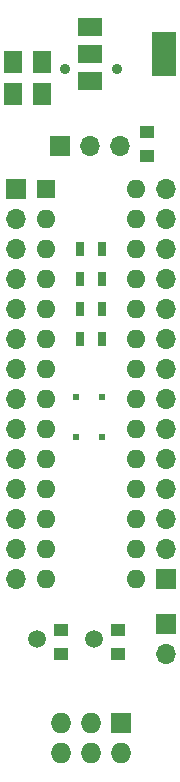
<source format=gbs>
G04 #@! TF.FileFunction,Soldermask,Bot*
%FSLAX46Y46*%
G04 Gerber Fmt 4.6, Leading zero omitted, Abs format (unit mm)*
G04 Created by KiCad (PCBNEW 4.0.7-e2-6376~58~ubuntu16.04.1) date Tue Sep 12 20:01:57 2017*
%MOMM*%
%LPD*%
G01*
G04 APERTURE LIST*
%ADD10C,0.100000*%
%ADD11R,1.727200X1.727200*%
%ADD12O,1.727200X1.727200*%
%ADD13R,1.600000X1.600000*%
%ADD14O,1.600000X1.600000*%
%ADD15R,2.000000X3.800000*%
%ADD16R,2.000000X1.500000*%
%ADD17C,1.500000*%
%ADD18R,1.700000X1.700000*%
%ADD19O,1.700000X1.700000*%
%ADD20C,0.900000*%
%ADD21R,1.250000X1.000000*%
%ADD22R,1.500000X1.950000*%
%ADD23R,0.700000X1.300000*%
%ADD24R,0.500000X0.500000*%
G04 APERTURE END LIST*
D10*
D11*
X78740000Y-116332000D03*
D12*
X78740000Y-118872000D03*
X76200000Y-116332000D03*
X76200000Y-118872000D03*
X73660000Y-116332000D03*
X73660000Y-118872000D03*
D13*
X72390000Y-71120000D03*
D14*
X80010000Y-104140000D03*
X72390000Y-73660000D03*
X80010000Y-101600000D03*
X72390000Y-76200000D03*
X80010000Y-99060000D03*
X72390000Y-78740000D03*
X80010000Y-96520000D03*
X72390000Y-81280000D03*
X80010000Y-93980000D03*
X72390000Y-83820000D03*
X80010000Y-91440000D03*
X72390000Y-86360000D03*
X80010000Y-88900000D03*
X72390000Y-88900000D03*
X80010000Y-86360000D03*
X72390000Y-91440000D03*
X80010000Y-83820000D03*
X72390000Y-93980000D03*
X80010000Y-81280000D03*
X72390000Y-96520000D03*
X80010000Y-78740000D03*
X72390000Y-99060000D03*
X80010000Y-76200000D03*
X72390000Y-101600000D03*
X80010000Y-73660000D03*
X72390000Y-104140000D03*
X80010000Y-71120000D03*
D15*
X82398000Y-59690000D03*
D16*
X76098000Y-59690000D03*
X76098000Y-57390000D03*
X76098000Y-61990000D03*
D17*
X76454000Y-109220000D03*
X71574000Y-109220000D03*
D18*
X73533000Y-67437000D03*
D19*
X76073000Y-67437000D03*
X78613000Y-67437000D03*
D18*
X82550000Y-107950000D03*
D19*
X82550000Y-110490000D03*
D18*
X69850000Y-71120000D03*
D19*
X69850000Y-73660000D03*
X69850000Y-76200000D03*
X69850000Y-78740000D03*
X69850000Y-81280000D03*
X69850000Y-83820000D03*
X69850000Y-86360000D03*
X69850000Y-88900000D03*
X69850000Y-91440000D03*
X69850000Y-93980000D03*
X69850000Y-96520000D03*
X69850000Y-99060000D03*
X69850000Y-101600000D03*
X69850000Y-104140000D03*
D18*
X82550000Y-104140000D03*
D19*
X82550000Y-101600000D03*
X82550000Y-99060000D03*
X82550000Y-96520000D03*
X82550000Y-93980000D03*
X82550000Y-91440000D03*
X82550000Y-88900000D03*
X82550000Y-86360000D03*
X82550000Y-83820000D03*
X82550000Y-81280000D03*
X82550000Y-78740000D03*
X82550000Y-76200000D03*
X82550000Y-73660000D03*
X82550000Y-71120000D03*
D20*
X78400000Y-60906000D03*
X74000000Y-60906000D03*
D21*
X80899000Y-66310000D03*
X80899000Y-68310000D03*
D22*
X69596000Y-60347000D03*
X69596000Y-63097000D03*
X72009000Y-60347000D03*
X72009000Y-63097000D03*
D21*
X78486000Y-108474000D03*
X78486000Y-110474000D03*
X73660000Y-108474000D03*
X73660000Y-110474000D03*
D23*
X75250000Y-81280000D03*
X77150000Y-81280000D03*
X75250000Y-78740000D03*
X77150000Y-78740000D03*
X75250000Y-83820000D03*
X77150000Y-83820000D03*
X77150000Y-76200000D03*
X75250000Y-76200000D03*
D24*
X77150000Y-88700000D03*
X74950000Y-88700000D03*
X77150000Y-92100000D03*
X74950000Y-92100000D03*
M02*

</source>
